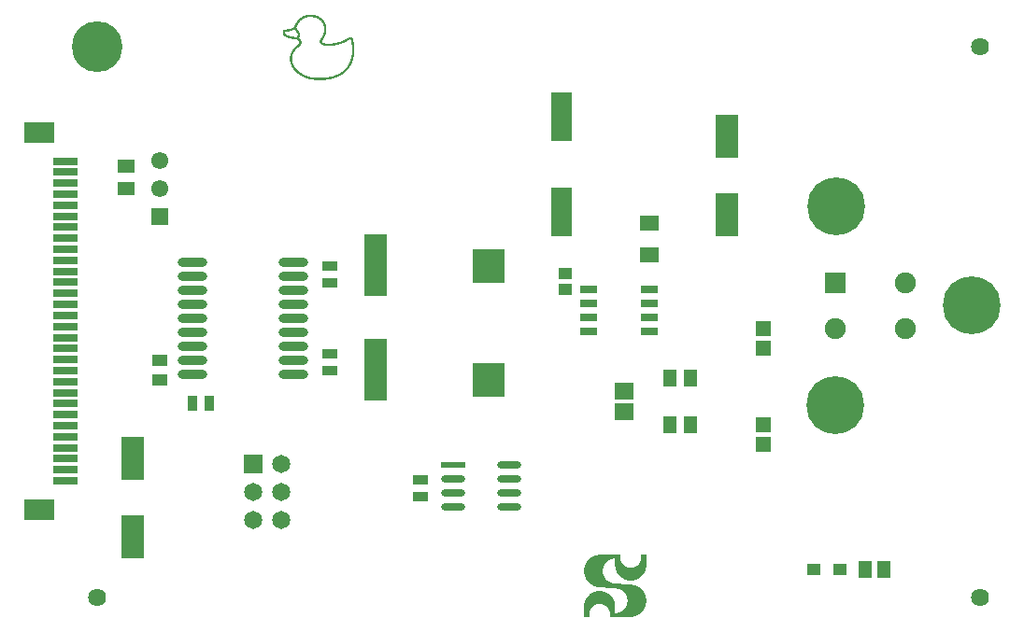
<source format=gts>
G04*
G04 #@! TF.GenerationSoftware,Altium Limited,Altium Designer,24.2.2 (26)*
G04*
G04 Layer_Color=8388736*
%FSLAX25Y25*%
%MOIN*%
G70*
G04*
G04 #@! TF.SameCoordinates,A429EB9D-CF2C-4BE8-93C1-183C4CBB5CAF*
G04*
G04*
G04 #@! TF.FilePolarity,Negative*
G04*
G01*
G75*
G04:AMPARAMS|DCode=17|XSize=86.79mil|YSize=23.94mil|CornerRadius=11.97mil|HoleSize=0mil|Usage=FLASHONLY|Rotation=0.000|XOffset=0mil|YOffset=0mil|HoleType=Round|Shape=RoundedRectangle|*
%AMROUNDEDRECTD17*
21,1,0.08679,0.00000,0,0,0.0*
21,1,0.06285,0.02394,0,0,0.0*
1,1,0.02394,0.03143,0.00000*
1,1,0.02394,-0.03143,0.00000*
1,1,0.02394,-0.03143,0.00000*
1,1,0.02394,0.03143,0.00000*
%
%ADD17ROUNDEDRECTD17*%
%ADD18R,0.08679X0.02394*%
%ADD26R,0.04921X0.04331*%
%ADD27R,0.07087X0.05276*%
%ADD28R,0.03740X0.05315*%
%ADD29R,0.07874X0.15748*%
%ADD30R,0.05756X0.05542*%
%ADD31R,0.05315X0.03740*%
%ADD32R,0.07480X0.17323*%
%ADD35R,0.08274X0.22054*%
G04:AMPARAMS|DCode=36|XSize=27.62mil|YSize=61.09mil|CornerRadius=4.01mil|HoleSize=0mil|Usage=FLASHONLY|Rotation=90.000|XOffset=0mil|YOffset=0mil|HoleType=Round|Shape=RoundedRectangle|*
%AMROUNDEDRECTD36*
21,1,0.02762,0.05307,0,0,90.0*
21,1,0.01961,0.06109,0,0,90.0*
1,1,0.00802,0.02653,0.00980*
1,1,0.00802,0.02653,-0.00980*
1,1,0.00802,-0.02653,-0.00980*
1,1,0.00802,-0.02653,0.00980*
%
%ADD36ROUNDEDRECTD36*%
%ADD37O,0.10636X0.03156*%
%ADD38R,0.06109X0.05124*%
%ADD39R,0.04534X0.06109*%
%ADD40R,0.06502X0.05912*%
%ADD41R,0.05715X0.04337*%
%ADD42R,0.05124X0.06109*%
%ADD43R,0.10636X0.07487*%
%ADD44R,0.09061X0.02762*%
%ADD45R,0.04534X0.04140*%
%ADD46R,0.11424X0.12211*%
%ADD47C,0.06400*%
%ADD48R,0.06502X0.06502*%
%ADD49C,0.06502*%
%ADD50C,0.06102*%
%ADD51R,0.06102X0.06102*%
%ADD52C,0.20656*%
%ADD53C,0.07487*%
%ADD54R,0.07487X0.07487*%
%ADD55C,0.18117*%
G36*
X222785Y25084D02*
Y25000D01*
X223039D01*
Y24915D01*
X223546D01*
Y24831D01*
X224477D01*
Y24746D01*
X225493D01*
Y24661D01*
X226508D01*
Y24577D01*
X227523D01*
Y24492D01*
X228539D01*
Y24408D01*
X229555D01*
Y24323D01*
X230485D01*
Y24238D01*
X230824D01*
Y24154D01*
X231162D01*
Y24069D01*
X231416D01*
Y23984D01*
X231670D01*
Y23900D01*
X231839D01*
Y23815D01*
X232009D01*
Y23731D01*
X232178D01*
Y23646D01*
X232347D01*
Y23561D01*
X232432D01*
Y23477D01*
X232601D01*
Y23392D01*
X232770D01*
Y23307D01*
X232855D01*
Y23223D01*
X232939D01*
Y23138D01*
X233109D01*
Y23054D01*
X233193D01*
Y22969D01*
X233278D01*
Y22884D01*
X233363D01*
Y22800D01*
X233447D01*
Y22715D01*
X233532D01*
Y22630D01*
X233616D01*
Y22546D01*
X233701D01*
Y22461D01*
X233786D01*
Y22377D01*
X233870D01*
Y22292D01*
X233955D01*
Y22207D01*
X234039D01*
Y22038D01*
X234124D01*
Y21953D01*
X234209D01*
Y21784D01*
X234293D01*
Y21700D01*
X234378D01*
Y21530D01*
X234463D01*
Y21446D01*
X234547D01*
Y21276D01*
X234632D01*
Y21107D01*
X234717D01*
Y20938D01*
X234801D01*
Y20684D01*
X234886D01*
Y20515D01*
X234970D01*
Y20261D01*
X235055D01*
Y19923D01*
X235140D01*
Y19499D01*
X235224D01*
Y17638D01*
X235140D01*
Y17215D01*
X235055D01*
Y16961D01*
X234970D01*
Y16707D01*
X234886D01*
Y16453D01*
X234801D01*
Y16199D01*
X234717D01*
Y16030D01*
X234632D01*
Y15861D01*
X234547D01*
Y15776D01*
X234463D01*
Y15607D01*
X234378D01*
Y15438D01*
X234293D01*
Y15353D01*
X234209D01*
Y15184D01*
X234124D01*
Y15099D01*
X234039D01*
Y15014D01*
X233955D01*
Y14845D01*
X233870D01*
Y14761D01*
X233786D01*
Y14676D01*
X233701D01*
Y14591D01*
X233616D01*
Y14507D01*
X233532D01*
Y14422D01*
X233447D01*
Y14337D01*
X233363D01*
Y14253D01*
X233278D01*
Y14168D01*
X233193D01*
Y14084D01*
X233024D01*
Y13999D01*
X232939D01*
Y13914D01*
X232855D01*
Y13830D01*
X232685D01*
Y13745D01*
X232601D01*
Y13660D01*
X232432D01*
Y13576D01*
X232262D01*
Y13491D01*
X232178D01*
Y13407D01*
X232009D01*
Y13322D01*
X231755D01*
Y13237D01*
X231585D01*
Y13153D01*
X231332D01*
Y13068D01*
X231078D01*
Y12983D01*
X230739D01*
Y12899D01*
X230316D01*
Y12814D01*
X222277D01*
Y14422D01*
X222192D01*
Y14761D01*
X222108D01*
Y15014D01*
X222023D01*
Y15184D01*
X221938D01*
Y15438D01*
X221854D01*
Y15522D01*
X221769D01*
Y15691D01*
X221685D01*
Y15861D01*
X221600D01*
Y15945D01*
X221515D01*
Y16030D01*
X221431D01*
Y16115D01*
X221346D01*
Y16284D01*
X221262D01*
Y16368D01*
X221177D01*
Y16453D01*
X221092D01*
Y16538D01*
X220923D01*
Y16622D01*
X220838D01*
Y16707D01*
X220754D01*
Y16792D01*
X220585D01*
Y16876D01*
X220500D01*
Y16961D01*
X220331D01*
Y17045D01*
X220161D01*
Y17130D01*
X219992D01*
Y17215D01*
X219738D01*
Y17299D01*
X219400D01*
Y17384D01*
X218807D01*
Y17469D01*
X218384D01*
Y17384D01*
X217792D01*
Y17299D01*
X217454D01*
Y17215D01*
X217200D01*
Y17130D01*
X217030D01*
Y17045D01*
X216861D01*
Y16961D01*
X216692D01*
Y16876D01*
X216523D01*
Y16792D01*
X216438D01*
Y16707D01*
X216353D01*
Y16622D01*
X216184D01*
Y16538D01*
X216100D01*
Y16453D01*
X216015D01*
Y16368D01*
X215930D01*
Y16284D01*
X215846D01*
Y16199D01*
X215761D01*
Y16115D01*
X215676D01*
Y15945D01*
X215592D01*
Y15861D01*
X215507D01*
Y15691D01*
X215423D01*
Y15607D01*
X215338D01*
Y15438D01*
X215253D01*
Y15268D01*
X215169D01*
Y15099D01*
X215084D01*
Y14845D01*
X214999D01*
Y14507D01*
X214915D01*
Y12814D01*
X213053D01*
Y17299D01*
X213138D01*
Y17722D01*
X213222D01*
Y18061D01*
X213307D01*
Y18315D01*
X213392D01*
Y18569D01*
X213476D01*
Y18738D01*
X213561D01*
Y18907D01*
X213645D01*
Y19076D01*
X213730D01*
Y19246D01*
X213815D01*
Y19415D01*
X213899D01*
Y19499D01*
X213984D01*
Y19669D01*
X214069D01*
Y19753D01*
X214153D01*
Y19923D01*
X214238D01*
Y20007D01*
X214322D01*
Y20092D01*
X214407D01*
Y20176D01*
X214492D01*
Y20261D01*
X214576D01*
Y20346D01*
X214661D01*
Y20430D01*
X214745D01*
Y20515D01*
X214830D01*
Y20599D01*
X214915D01*
Y20684D01*
X214999D01*
Y20769D01*
X215084D01*
Y20853D01*
X215169D01*
Y20938D01*
X215338D01*
Y21023D01*
X215423D01*
Y21107D01*
X215592D01*
Y21192D01*
X215676D01*
Y21276D01*
X215846D01*
Y21361D01*
X216015D01*
Y21446D01*
X216184D01*
Y21530D01*
X216353D01*
Y21615D01*
X216523D01*
Y21700D01*
X216776D01*
Y21784D01*
X217030D01*
Y21869D01*
X217369D01*
Y21953D01*
X217877D01*
Y22038D01*
X219315D01*
Y21953D01*
X219823D01*
Y21869D01*
X220161D01*
Y21784D01*
X220415D01*
Y21700D01*
X220585D01*
Y21615D01*
X220838D01*
Y21530D01*
X221008D01*
Y21446D01*
X221177D01*
Y21361D01*
X221346D01*
Y21276D01*
X221431D01*
Y21192D01*
X221600D01*
Y21107D01*
X221769D01*
Y21023D01*
X221854D01*
Y20938D01*
X221938D01*
Y20853D01*
X222108D01*
Y20769D01*
X222192D01*
Y20684D01*
X222277D01*
Y20599D01*
X222362D01*
Y20515D01*
X222446D01*
Y20430D01*
X222531D01*
Y20346D01*
X222615D01*
Y20261D01*
X222700D01*
Y20176D01*
X222785D01*
Y20092D01*
X222869D01*
Y20007D01*
X222954D01*
Y19838D01*
X223039D01*
Y19753D01*
X223123D01*
Y19669D01*
X223208D01*
Y19499D01*
X223292D01*
Y19330D01*
X223377D01*
Y19246D01*
X223462D01*
Y19076D01*
X223546D01*
Y18907D01*
X223631D01*
Y18738D01*
X223715D01*
Y18484D01*
X223800D01*
Y18315D01*
X223885D01*
Y17976D01*
X223969D01*
Y17638D01*
X224054D01*
Y17215D01*
X224139D01*
Y14168D01*
X224731D01*
Y14253D01*
X225154D01*
Y14337D01*
X225493D01*
Y14422D01*
X225746D01*
Y14507D01*
X225916D01*
Y14591D01*
X226085D01*
Y14676D01*
X226254D01*
Y14761D01*
X226424D01*
Y14845D01*
X226508D01*
Y14930D01*
X226677D01*
Y15014D01*
X226762D01*
Y15099D01*
X226931D01*
Y15184D01*
X227016D01*
Y15268D01*
X227100D01*
Y15353D01*
X227185D01*
Y15438D01*
X227270D01*
Y15522D01*
X227354D01*
Y15607D01*
X227439D01*
Y15691D01*
X227523D01*
Y15776D01*
X227608D01*
Y15945D01*
X227693D01*
Y16030D01*
X227777D01*
Y16199D01*
X227862D01*
Y16284D01*
X227947D01*
Y16453D01*
X228031D01*
Y16622D01*
X228116D01*
Y16792D01*
X228201D01*
Y16961D01*
X228285D01*
Y17215D01*
X228370D01*
Y17553D01*
X228454D01*
Y17976D01*
X228539D01*
Y19246D01*
X228454D01*
Y19669D01*
X228370D01*
Y19923D01*
X228285D01*
Y20176D01*
X228201D01*
Y20346D01*
X228116D01*
Y20515D01*
X228031D01*
Y20684D01*
X227947D01*
Y20853D01*
X227862D01*
Y21023D01*
X227777D01*
Y21107D01*
X227693D01*
Y21192D01*
X227608D01*
Y21361D01*
X227523D01*
Y21446D01*
X227439D01*
Y21530D01*
X227354D01*
Y21615D01*
X227270D01*
Y21700D01*
X227185D01*
Y21784D01*
X227100D01*
Y21869D01*
X227016D01*
Y21953D01*
X226931D01*
Y22038D01*
X226847D01*
Y22123D01*
X226677D01*
Y22207D01*
X226593D01*
Y22292D01*
X226424D01*
Y22377D01*
X226254D01*
Y22461D01*
X226170D01*
Y22546D01*
X226000D01*
Y22630D01*
X225746D01*
Y22715D01*
X225493D01*
Y22800D01*
X225239D01*
Y22884D01*
X224816D01*
Y22969D01*
X223969D01*
Y23054D01*
X222869D01*
Y23138D01*
X221854D01*
Y23223D01*
X220838D01*
Y23307D01*
X219823D01*
Y23392D01*
X218723D01*
Y23477D01*
X217877D01*
Y23561D01*
X217454D01*
Y23646D01*
X217200D01*
Y23731D01*
X216861D01*
Y23815D01*
X216692D01*
Y23900D01*
X216438D01*
Y23984D01*
X216269D01*
Y24069D01*
X216100D01*
Y24154D01*
X215930D01*
Y24238D01*
X215846D01*
Y24323D01*
X215676D01*
Y24408D01*
X215592D01*
Y24492D01*
X215423D01*
Y24577D01*
X215338D01*
Y24661D01*
X215253D01*
Y24746D01*
X215084D01*
Y24831D01*
X214999D01*
Y24915D01*
X214915D01*
Y25000D01*
X214830D01*
Y25084D01*
X214745D01*
Y25169D01*
X214661D01*
Y25254D01*
X214576D01*
Y25338D01*
X214492D01*
Y25423D01*
X214407D01*
Y25508D01*
X214322D01*
Y25677D01*
X214238D01*
Y25762D01*
X214153D01*
Y25846D01*
X214069D01*
Y26015D01*
X213984D01*
Y26100D01*
X213899D01*
Y26269D01*
X213815D01*
Y26439D01*
X213730D01*
Y26523D01*
X213645D01*
Y26692D01*
X213561D01*
Y26946D01*
X213476D01*
Y27115D01*
X213392D01*
Y27369D01*
X213307D01*
Y27623D01*
X213222D01*
Y27962D01*
X213138D01*
Y28385D01*
X213053D01*
Y30077D01*
X213138D01*
Y30500D01*
X213222D01*
Y30839D01*
X213307D01*
Y31093D01*
X213392D01*
Y31347D01*
X213476D01*
Y31516D01*
X213561D01*
Y31770D01*
X213645D01*
Y31939D01*
X213730D01*
Y32024D01*
X213815D01*
Y32193D01*
X213899D01*
Y32362D01*
X213984D01*
Y32447D01*
X214069D01*
Y32616D01*
X214153D01*
Y32701D01*
X214238D01*
Y32785D01*
X214322D01*
Y32954D01*
X214407D01*
Y33039D01*
X214492D01*
Y33124D01*
X214576D01*
Y33208D01*
X214661D01*
Y33293D01*
X214745D01*
Y33378D01*
X214830D01*
Y33462D01*
X214915D01*
Y33547D01*
X214999D01*
Y33631D01*
X215084D01*
Y33716D01*
X215253D01*
Y33801D01*
X215338D01*
Y33885D01*
X215423D01*
Y33970D01*
X215592D01*
Y34055D01*
X215676D01*
Y34139D01*
X215846D01*
Y34224D01*
X215930D01*
Y34308D01*
X216100D01*
Y34393D01*
X216269D01*
Y34478D01*
X216438D01*
Y34562D01*
X216692D01*
Y34647D01*
X216861D01*
Y34732D01*
X217115D01*
Y34816D01*
X217454D01*
Y34901D01*
X217877D01*
Y34985D01*
X226000D01*
Y33462D01*
X226085D01*
Y33039D01*
X226170D01*
Y32785D01*
X226254D01*
Y32616D01*
X226339D01*
Y32447D01*
X226424D01*
Y32278D01*
X226508D01*
Y32108D01*
X226593D01*
Y32024D01*
X226677D01*
Y31854D01*
X226762D01*
Y31770D01*
X226847D01*
Y31685D01*
X226931D01*
Y31600D01*
X227016D01*
Y31516D01*
X227100D01*
Y31431D01*
X227185D01*
Y31347D01*
X227270D01*
Y31262D01*
X227354D01*
Y31177D01*
X227439D01*
Y31093D01*
X227523D01*
Y31008D01*
X227693D01*
Y30924D01*
X227862D01*
Y30839D01*
X227947D01*
Y30754D01*
X228116D01*
Y30670D01*
X228370D01*
Y30585D01*
X228624D01*
Y30500D01*
X228877D01*
Y30416D01*
X230485D01*
Y30500D01*
X230824D01*
Y30585D01*
X231078D01*
Y30670D01*
X231247D01*
Y30754D01*
X231416D01*
Y30839D01*
X231585D01*
Y30924D01*
X231670D01*
Y31008D01*
X231839D01*
Y31093D01*
X231924D01*
Y31177D01*
X232093D01*
Y31262D01*
X232178D01*
Y31347D01*
X232262D01*
Y31431D01*
X232347D01*
Y31516D01*
X232432D01*
Y31600D01*
X232516D01*
Y31685D01*
X232601D01*
Y31854D01*
X232685D01*
Y31939D01*
X232770D01*
Y32108D01*
X232855D01*
Y32193D01*
X232939D01*
Y32362D01*
X233024D01*
Y32531D01*
X233109D01*
Y32701D01*
X233193D01*
Y32954D01*
X233278D01*
Y33293D01*
X233363D01*
Y33970D01*
X233447D01*
Y34901D01*
X233363D01*
Y34985D01*
X235224D01*
Y30500D01*
X235140D01*
Y30077D01*
X235055D01*
Y29739D01*
X234970D01*
Y29485D01*
X234886D01*
Y29231D01*
X234801D01*
Y29062D01*
X234717D01*
Y28893D01*
X234632D01*
Y28723D01*
X234547D01*
Y28554D01*
X234463D01*
Y28385D01*
X234378D01*
Y28300D01*
X234293D01*
Y28131D01*
X234209D01*
Y28046D01*
X234124D01*
Y27877D01*
X234039D01*
Y27793D01*
X233955D01*
Y27708D01*
X233870D01*
Y27623D01*
X233786D01*
Y27539D01*
X233701D01*
Y27454D01*
X233616D01*
Y27369D01*
X233532D01*
Y27285D01*
X233447D01*
Y27200D01*
X233363D01*
Y27115D01*
X233278D01*
Y27031D01*
X233193D01*
Y26946D01*
X233024D01*
Y26862D01*
X232939D01*
Y26777D01*
X232855D01*
Y26692D01*
X232685D01*
Y26608D01*
X232601D01*
Y26523D01*
X232432D01*
Y26439D01*
X232262D01*
Y26354D01*
X232093D01*
Y26269D01*
X231924D01*
Y26185D01*
X231670D01*
Y26100D01*
X231501D01*
Y26015D01*
X231162D01*
Y25931D01*
X230824D01*
Y25846D01*
X230316D01*
Y25762D01*
X229047D01*
Y25846D01*
X228539D01*
Y25931D01*
X228201D01*
Y26015D01*
X227947D01*
Y26100D01*
X227693D01*
Y26185D01*
X227439D01*
Y26269D01*
X227270D01*
Y26354D01*
X227100D01*
Y26439D01*
X226931D01*
Y26523D01*
X226847D01*
Y26608D01*
X226677D01*
Y26692D01*
X226593D01*
Y26777D01*
X226424D01*
Y26862D01*
X226339D01*
Y26946D01*
X226254D01*
Y27031D01*
X226085D01*
Y27115D01*
X226000D01*
Y27200D01*
X225916D01*
Y27285D01*
X225831D01*
Y27369D01*
X225746D01*
Y27454D01*
X225662D01*
Y27539D01*
X225577D01*
Y27623D01*
X225493D01*
Y27708D01*
X225408D01*
Y27877D01*
X225323D01*
Y27962D01*
X225239D01*
Y28046D01*
X225154D01*
Y28216D01*
X225069D01*
Y28300D01*
X224985D01*
Y28469D01*
X224900D01*
Y28554D01*
X224816D01*
Y28723D01*
X224731D01*
Y28893D01*
X224646D01*
Y29062D01*
X224562D01*
Y29316D01*
X224477D01*
Y29570D01*
X224393D01*
Y29823D01*
X224308D01*
Y30162D01*
X224223D01*
Y30670D01*
X224139D01*
Y33631D01*
X223462D01*
Y33547D01*
X223039D01*
Y33462D01*
X222785D01*
Y33378D01*
X222531D01*
Y33293D01*
X222362D01*
Y33208D01*
X222192D01*
Y33124D01*
X222023D01*
Y33039D01*
X221854D01*
Y32954D01*
X221685D01*
Y32870D01*
X221600D01*
Y32785D01*
X221515D01*
Y32701D01*
X221346D01*
Y32616D01*
X221262D01*
Y32531D01*
X221177D01*
Y32447D01*
X221092D01*
Y32362D01*
X221008D01*
Y32278D01*
X220923D01*
Y32193D01*
X220838D01*
Y32108D01*
X220754D01*
Y32024D01*
X220669D01*
Y31854D01*
X220585D01*
Y31770D01*
X220500D01*
Y31685D01*
X220415D01*
Y31516D01*
X220331D01*
Y31347D01*
X220246D01*
Y31177D01*
X220161D01*
Y31008D01*
X220077D01*
Y30839D01*
X219992D01*
Y30585D01*
X219907D01*
Y30246D01*
X219823D01*
Y29823D01*
X219738D01*
Y28639D01*
X219823D01*
Y28216D01*
X219907D01*
Y27877D01*
X219992D01*
Y27623D01*
X220077D01*
Y27454D01*
X220161D01*
Y27285D01*
X220246D01*
Y27115D01*
X220331D01*
Y26946D01*
X220415D01*
Y26777D01*
X220500D01*
Y26692D01*
X220585D01*
Y26608D01*
X220669D01*
Y26439D01*
X220754D01*
Y26354D01*
X220838D01*
Y26269D01*
X220923D01*
Y26185D01*
X221008D01*
Y26100D01*
X221092D01*
Y26015D01*
X221177D01*
Y25931D01*
X221262D01*
Y25846D01*
X221346D01*
Y25762D01*
X221515D01*
Y25677D01*
X221600D01*
Y25592D01*
X221685D01*
Y25508D01*
X221854D01*
Y25423D01*
X222023D01*
Y25338D01*
X222192D01*
Y25254D01*
X222362D01*
Y25169D01*
X222531D01*
Y25084D01*
X222700D01*
X222785D01*
D02*
G37*
G36*
X116227Y227726D02*
X116809D01*
Y227643D01*
X117225D01*
Y227560D01*
X117558D01*
Y227477D01*
X117808D01*
Y227394D01*
X117974D01*
Y227310D01*
X118224D01*
Y227227D01*
X118390D01*
Y227144D01*
X118557D01*
Y227061D01*
X118723D01*
Y226977D01*
X118806D01*
Y226894D01*
X118973D01*
Y226811D01*
X119056D01*
Y226728D01*
X119222D01*
Y226645D01*
X119306D01*
Y226561D01*
X119389D01*
Y226478D01*
X119472D01*
Y226395D01*
X119555D01*
Y226312D01*
X119639D01*
Y226228D01*
X119722D01*
Y226145D01*
X119805D01*
Y226062D01*
X119888D01*
Y225979D01*
X119971D01*
Y225896D01*
X120055D01*
Y225813D01*
X120138D01*
Y225646D01*
X120221D01*
Y225563D01*
X120304D01*
Y225396D01*
X120387D01*
Y225230D01*
X120471D01*
Y225063D01*
X120554D01*
Y224897D01*
X120637D01*
Y224731D01*
X120720D01*
Y224564D01*
X120803D01*
Y224315D01*
X120887D01*
Y223982D01*
X120970D01*
Y223566D01*
X121053D01*
Y221652D01*
X120970D01*
Y221152D01*
X120887D01*
Y220903D01*
X120803D01*
Y220653D01*
X120720D01*
Y220404D01*
X120637D01*
Y220237D01*
X120554D01*
Y219988D01*
X120471D01*
Y219821D01*
X120387D01*
Y219738D01*
X120304D01*
Y219571D01*
X120221D01*
Y219405D01*
X120138D01*
Y219322D01*
X120055D01*
Y219155D01*
X119971D01*
Y218989D01*
X119888D01*
Y218906D01*
X119805D01*
Y218739D01*
X119722D01*
Y218656D01*
X119639D01*
Y218406D01*
X119555D01*
Y218240D01*
X119639D01*
Y218074D01*
X119722D01*
Y217990D01*
X119805D01*
Y217907D01*
X119971D01*
Y217824D01*
X120138D01*
Y217741D01*
X120387D01*
Y217657D01*
X120803D01*
Y217574D01*
X121552D01*
Y217491D01*
X122551D01*
Y217574D01*
X123466D01*
Y217657D01*
X123966D01*
Y217741D01*
X124382D01*
Y217824D01*
X124798D01*
Y217907D01*
X125131D01*
Y217990D01*
X125380D01*
Y218074D01*
X125713D01*
Y218157D01*
X125963D01*
Y218240D01*
X126212D01*
Y218323D01*
X126462D01*
Y218406D01*
X126628D01*
Y218490D01*
X126878D01*
Y218573D01*
X127045D01*
Y218656D01*
X127211D01*
Y218739D01*
X127461D01*
Y218823D01*
X127627D01*
Y218906D01*
X127794D01*
Y218989D01*
X127960D01*
Y219072D01*
X128043D01*
Y219155D01*
X128210D01*
Y219238D01*
X128376D01*
Y219322D01*
X128542D01*
Y219405D01*
X128709D01*
Y219488D01*
X128792D01*
Y219571D01*
X128958D01*
Y219655D01*
X129208D01*
Y219738D01*
X129375D01*
Y219821D01*
X129707D01*
Y219904D01*
X129957D01*
Y219821D01*
X130207D01*
Y219738D01*
X130290D01*
Y219655D01*
X130373D01*
Y219488D01*
X130456D01*
Y219322D01*
X130540D01*
Y219155D01*
X130623D01*
Y218906D01*
X130706D01*
Y218573D01*
X130789D01*
Y218240D01*
X130872D01*
Y217741D01*
X130956D01*
Y216992D01*
X131039D01*
Y215161D01*
X131122D01*
Y215078D01*
X131039D01*
Y213663D01*
X130956D01*
Y213081D01*
X130872D01*
Y212665D01*
X130789D01*
Y212249D01*
X130706D01*
Y211999D01*
X130623D01*
Y211666D01*
X130540D01*
Y211416D01*
X130456D01*
Y211167D01*
X130373D01*
Y210917D01*
X130290D01*
Y210751D01*
X130207D01*
Y210584D01*
X130123D01*
Y210335D01*
X130040D01*
Y210168D01*
X129957D01*
Y210002D01*
X129874D01*
Y209835D01*
X129791D01*
Y209752D01*
X129707D01*
Y209586D01*
X129624D01*
Y209419D01*
X129541D01*
Y209336D01*
X129458D01*
Y209170D01*
X129375D01*
Y209086D01*
X129291D01*
Y208920D01*
X129208D01*
Y208837D01*
X129125D01*
Y208670D01*
X129042D01*
Y208587D01*
X128958D01*
Y208504D01*
X128875D01*
Y208421D01*
X128792D01*
Y208254D01*
X128709D01*
Y208171D01*
X128626D01*
Y208088D01*
X128542D01*
Y208005D01*
X128459D01*
Y207921D01*
X128376D01*
Y207838D01*
X128293D01*
Y207755D01*
X128210D01*
Y207672D01*
X128126D01*
Y207589D01*
X128043D01*
Y207505D01*
X127960D01*
Y207422D01*
X127877D01*
Y207339D01*
X127794D01*
Y207256D01*
X127627D01*
Y207172D01*
X127544D01*
Y207089D01*
X127461D01*
Y207006D01*
X127377D01*
Y206923D01*
X127211D01*
Y206840D01*
X127128D01*
Y206756D01*
X127045D01*
Y206673D01*
X126878D01*
Y206590D01*
X126795D01*
Y206507D01*
X126628D01*
Y206424D01*
X126462D01*
Y206340D01*
X126379D01*
Y206257D01*
X126212D01*
Y206174D01*
X126046D01*
Y206091D01*
X125880D01*
Y206008D01*
X125713D01*
Y205924D01*
X125547D01*
Y205841D01*
X125380D01*
Y205758D01*
X125214D01*
Y205675D01*
X125047D01*
Y205591D01*
X124798D01*
Y205508D01*
X124631D01*
Y205425D01*
X124382D01*
Y205342D01*
X124132D01*
Y205259D01*
X123799D01*
Y205175D01*
X123550D01*
Y205092D01*
X123217D01*
Y205009D01*
X122884D01*
Y204926D01*
X122551D01*
Y204842D01*
X122135D01*
Y204759D01*
X121552D01*
Y204676D01*
X120970D01*
Y204593D01*
X119971D01*
Y204510D01*
X117308D01*
Y204593D01*
X116560D01*
Y204676D01*
X115977D01*
Y204759D01*
X115561D01*
Y204842D01*
X115145D01*
Y204926D01*
X114812D01*
Y205009D01*
X114562D01*
Y205092D01*
X114313D01*
Y205175D01*
X114063D01*
Y205259D01*
X113813D01*
Y205342D01*
X113564D01*
Y205425D01*
X113398D01*
Y205508D01*
X113148D01*
Y205591D01*
X112981D01*
Y205675D01*
X112815D01*
Y205758D01*
X112648D01*
Y205841D01*
X112482D01*
Y205924D01*
X112316D01*
Y206008D01*
X112149D01*
Y206091D01*
X111983D01*
Y206174D01*
X111900D01*
Y206257D01*
X111733D01*
Y206340D01*
X111567D01*
Y206424D01*
X111484D01*
Y206507D01*
X111317D01*
Y206590D01*
X111234D01*
Y206673D01*
X111151D01*
Y206756D01*
X110984D01*
Y206840D01*
X110901D01*
Y206923D01*
X110818D01*
Y207006D01*
X110735D01*
Y207089D01*
X110568D01*
Y207172D01*
X110485D01*
Y207256D01*
X110402D01*
Y207339D01*
X110319D01*
Y207422D01*
X110235D01*
Y207505D01*
X110152D01*
Y207589D01*
X110069D01*
Y207672D01*
X109986D01*
Y207755D01*
X109903D01*
Y207838D01*
X109819D01*
Y207921D01*
X109736D01*
Y208088D01*
X109653D01*
Y208171D01*
X109570D01*
Y208254D01*
X109486D01*
Y208337D01*
X109403D01*
Y208504D01*
X109320D01*
Y208587D01*
X109237D01*
Y208754D01*
X109153D01*
Y208837D01*
X109070D01*
Y209003D01*
X108987D01*
Y209086D01*
X108904D01*
Y209253D01*
X108821D01*
Y209419D01*
X108738D01*
Y209586D01*
X108654D01*
Y209752D01*
X108571D01*
Y210002D01*
X108488D01*
Y210168D01*
X108405D01*
Y210418D01*
X108321D01*
Y210751D01*
X108238D01*
Y211084D01*
X108155D01*
Y211749D01*
X108072D01*
Y212498D01*
X108155D01*
Y213081D01*
X108238D01*
Y213497D01*
X108321D01*
Y213746D01*
X108405D01*
Y213996D01*
X108488D01*
Y214162D01*
X108571D01*
Y214412D01*
X108654D01*
Y214579D01*
X108738D01*
Y214745D01*
X108821D01*
Y214828D01*
X108904D01*
Y214995D01*
X108987D01*
Y215078D01*
X109070D01*
Y215244D01*
X109153D01*
Y215328D01*
X109237D01*
Y215494D01*
X109320D01*
Y215577D01*
X109403D01*
Y215660D01*
X109486D01*
Y215744D01*
X109570D01*
Y215910D01*
X109653D01*
Y215993D01*
X109736D01*
Y216076D01*
X109819D01*
Y216160D01*
X109903D01*
Y216243D01*
X109986D01*
Y216326D01*
X110069D01*
Y216409D01*
X110152D01*
Y216493D01*
X110235D01*
Y216576D01*
X110402D01*
Y216659D01*
X110485D01*
Y216742D01*
X110568D01*
Y216825D01*
X110651D01*
Y216909D01*
X110735D01*
Y216992D01*
X110818D01*
Y217075D01*
X110984D01*
Y217158D01*
X111067D01*
Y217325D01*
X111151D01*
Y217408D01*
X111234D01*
Y217491D01*
X111317D01*
Y217574D01*
X111400D01*
Y217824D01*
X111484D01*
Y218157D01*
X111400D01*
Y218323D01*
X111317D01*
Y218406D01*
X111234D01*
Y218573D01*
X111151D01*
Y218656D01*
X111067D01*
Y218739D01*
X110984D01*
Y218823D01*
X110901D01*
Y218906D01*
X110818D01*
Y218989D01*
X110735D01*
Y219072D01*
X109736D01*
Y219155D01*
X109153D01*
Y219238D01*
X108821D01*
Y219322D01*
X108405D01*
Y219405D01*
X108072D01*
Y219488D01*
X107822D01*
Y219571D01*
X107489D01*
Y219655D01*
X107240D01*
Y219738D01*
X106990D01*
Y219821D01*
X106824D01*
Y219904D01*
X106657D01*
Y219988D01*
X106491D01*
Y220071D01*
X106324D01*
Y220154D01*
X106241D01*
Y220237D01*
X106158D01*
Y220320D01*
X106075D01*
Y220404D01*
X105991D01*
Y220487D01*
X105908D01*
Y220570D01*
X105825D01*
Y220653D01*
X105742D01*
Y220820D01*
X105659D01*
Y220986D01*
X105575D01*
Y222068D01*
X105659D01*
Y222234D01*
X105742D01*
Y222401D01*
X105825D01*
Y222484D01*
X105991D01*
Y222567D01*
X107156D01*
Y222650D01*
X107656D01*
Y222733D01*
X107989D01*
Y222817D01*
X108321D01*
Y222900D01*
X108571D01*
Y222983D01*
X108821D01*
Y223066D01*
X108987D01*
Y223150D01*
X109153D01*
Y223233D01*
X109320D01*
Y223316D01*
X109486D01*
Y223399D01*
X109653D01*
Y223482D01*
X109736D01*
Y223732D01*
X109819D01*
Y223982D01*
X109903D01*
Y224148D01*
X109986D01*
Y224315D01*
X110069D01*
Y224564D01*
X110152D01*
Y224731D01*
X110235D01*
Y224814D01*
X110319D01*
Y224980D01*
X110402D01*
Y225147D01*
X110485D01*
Y225230D01*
X110568D01*
Y225396D01*
X110651D01*
Y225480D01*
X110735D01*
Y225646D01*
X110818D01*
Y225729D01*
X110901D01*
Y225813D01*
X110984D01*
Y225896D01*
X111067D01*
Y225979D01*
X111151D01*
Y226062D01*
X111234D01*
Y226145D01*
X111317D01*
Y226228D01*
X111400D01*
Y226312D01*
X111484D01*
Y226395D01*
X111567D01*
Y226478D01*
X111650D01*
Y226561D01*
X111733D01*
Y226645D01*
X111900D01*
Y226728D01*
X111983D01*
Y226811D01*
X112149D01*
Y226894D01*
X112232D01*
Y226977D01*
X112399D01*
Y227061D01*
X112482D01*
Y227144D01*
X112648D01*
Y227227D01*
X112815D01*
Y227310D01*
X113065D01*
Y227394D01*
X113231D01*
Y227477D01*
X113481D01*
Y227560D01*
X113730D01*
Y227643D01*
X114146D01*
Y227726D01*
X114562D01*
Y227810D01*
X116227D01*
Y227726D01*
D02*
G37*
%LPC*%
G36*
X116393Y226977D02*
X114479D01*
Y226894D01*
X114063D01*
Y226811D01*
X113730D01*
Y226728D01*
X113564D01*
Y226645D01*
X113314D01*
Y226561D01*
X113148D01*
Y226478D01*
X112981D01*
Y226395D01*
X112815D01*
Y226312D01*
X112732D01*
Y226228D01*
X112565D01*
Y226145D01*
X112482D01*
Y226062D01*
X112316D01*
Y225979D01*
X112232D01*
Y225896D01*
X112149D01*
Y225813D01*
X112066D01*
Y225729D01*
X111900D01*
Y225646D01*
X111816D01*
Y225563D01*
X111733D01*
Y225480D01*
X111650D01*
Y225313D01*
X111567D01*
Y225230D01*
X111484D01*
Y225147D01*
X111400D01*
Y225063D01*
X111317D01*
Y224897D01*
X111234D01*
Y224814D01*
X111151D01*
Y224647D01*
X111067D01*
Y224564D01*
X110984D01*
Y224398D01*
X110901D01*
Y224231D01*
X110818D01*
Y224065D01*
X110735D01*
Y223899D01*
X110651D01*
Y223649D01*
X110568D01*
Y223399D01*
X110485D01*
Y223066D01*
X110568D01*
Y222900D01*
X110651D01*
Y222733D01*
X110735D01*
Y222650D01*
X110818D01*
Y222484D01*
X110901D01*
Y222401D01*
X110984D01*
Y222318D01*
X111067D01*
Y222151D01*
X111151D01*
Y222068D01*
X111234D01*
Y221985D01*
X111317D01*
Y221818D01*
X111400D01*
Y221735D01*
X111484D01*
Y221568D01*
X111567D01*
Y221485D01*
X111650D01*
Y221319D01*
X111733D01*
Y220986D01*
X111816D01*
Y220736D01*
X111733D01*
Y220320D01*
X111650D01*
Y219988D01*
X111567D01*
Y219738D01*
X111484D01*
Y219571D01*
X111400D01*
Y219488D01*
X111484D01*
Y219405D01*
X111567D01*
Y219322D01*
X111650D01*
Y219155D01*
X111733D01*
Y219072D01*
X111816D01*
Y218989D01*
X111900D01*
Y218906D01*
X111983D01*
Y218739D01*
X112066D01*
Y218656D01*
X112149D01*
Y218490D01*
X112232D01*
Y218157D01*
X112316D01*
Y217824D01*
X112232D01*
Y217491D01*
X112149D01*
Y217325D01*
X112066D01*
Y217158D01*
X111983D01*
Y217075D01*
X111900D01*
Y216909D01*
X111816D01*
Y216825D01*
X111733D01*
Y216742D01*
X111650D01*
Y216659D01*
X111567D01*
Y216576D01*
X111484D01*
Y216493D01*
X111400D01*
Y216409D01*
X111317D01*
Y216326D01*
X111234D01*
Y216243D01*
X111151D01*
Y216160D01*
X111067D01*
Y216076D01*
X110901D01*
Y215993D01*
X110818D01*
Y215910D01*
X110735D01*
Y215827D01*
X110651D01*
Y215744D01*
X110568D01*
Y215660D01*
X110485D01*
Y215577D01*
X110402D01*
Y215494D01*
X110319D01*
Y215411D01*
X110235D01*
Y215328D01*
X110152D01*
Y215244D01*
X110069D01*
Y215161D01*
X109986D01*
Y214995D01*
X109903D01*
Y214911D01*
X109819D01*
Y214745D01*
X109736D01*
Y214662D01*
X109653D01*
Y214495D01*
X109570D01*
Y214412D01*
X109486D01*
Y214246D01*
X109403D01*
Y214079D01*
X109320D01*
Y213913D01*
X109237D01*
Y213663D01*
X109153D01*
Y213414D01*
X109070D01*
Y213164D01*
X108987D01*
Y212665D01*
X108904D01*
Y211500D01*
X108987D01*
Y211084D01*
X109070D01*
Y210751D01*
X109153D01*
Y210501D01*
X109237D01*
Y210251D01*
X109320D01*
Y210085D01*
X109403D01*
Y209919D01*
X109486D01*
Y209752D01*
X109570D01*
Y209586D01*
X109653D01*
Y209419D01*
X109736D01*
Y209336D01*
X109819D01*
Y209170D01*
X109903D01*
Y209086D01*
X109986D01*
Y208920D01*
X110069D01*
Y208837D01*
X110152D01*
Y208754D01*
X110235D01*
Y208670D01*
X110319D01*
Y208504D01*
X110402D01*
Y208421D01*
X110485D01*
Y208337D01*
X110568D01*
Y208254D01*
X110651D01*
Y208171D01*
X110735D01*
Y208088D01*
X110818D01*
Y208005D01*
X110901D01*
Y207921D01*
X110984D01*
Y207838D01*
X111067D01*
Y207755D01*
X111234D01*
Y207672D01*
X111317D01*
Y207589D01*
X111400D01*
Y207505D01*
X111484D01*
Y207422D01*
X111650D01*
Y207339D01*
X111733D01*
Y207256D01*
X111816D01*
Y207172D01*
X111983D01*
Y207089D01*
X112066D01*
Y207006D01*
X112232D01*
Y206923D01*
X112399D01*
Y206840D01*
X112482D01*
Y206756D01*
X112648D01*
Y206673D01*
X112815D01*
Y206590D01*
X112981D01*
Y206507D01*
X113148D01*
Y206424D01*
X113314D01*
Y206340D01*
X113481D01*
Y206257D01*
X113647D01*
Y206174D01*
X113897D01*
Y206091D01*
X114146D01*
Y206008D01*
X114313D01*
Y205924D01*
X114562D01*
Y205841D01*
X114895D01*
Y205758D01*
X115145D01*
Y205675D01*
X115478D01*
Y205591D01*
X115894D01*
Y205508D01*
X116393D01*
Y205425D01*
X117059D01*
Y205342D01*
X120304D01*
Y205425D01*
X121136D01*
Y205508D01*
X121719D01*
Y205591D01*
X122135D01*
Y205675D01*
X122551D01*
Y205758D01*
X122967D01*
Y205841D01*
X123217D01*
Y205924D01*
X123550D01*
Y206008D01*
X123799D01*
Y206091D01*
X124049D01*
Y206174D01*
X124299D01*
Y206257D01*
X124465D01*
Y206340D01*
X124715D01*
Y206424D01*
X124881D01*
Y206507D01*
X125047D01*
Y206590D01*
X125297D01*
Y206673D01*
X125380D01*
Y206756D01*
X125547D01*
Y206840D01*
X125713D01*
Y206923D01*
X125880D01*
Y207006D01*
X126046D01*
Y207089D01*
X126129D01*
Y207172D01*
X126296D01*
Y207256D01*
X126379D01*
Y207339D01*
X126545D01*
Y207422D01*
X126628D01*
Y207505D01*
X126795D01*
Y207589D01*
X126878D01*
Y207672D01*
X126961D01*
Y207755D01*
X127045D01*
Y207838D01*
X127211D01*
Y207921D01*
X127294D01*
Y208005D01*
X127377D01*
Y208088D01*
X127461D01*
Y208171D01*
X127544D01*
Y208254D01*
X127627D01*
Y208337D01*
X127710D01*
Y208421D01*
X127794D01*
Y208504D01*
X127877D01*
Y208587D01*
X127960D01*
Y208670D01*
X128043D01*
Y208754D01*
X128126D01*
Y208837D01*
X128210D01*
Y209003D01*
X128293D01*
Y209086D01*
X128376D01*
Y209170D01*
X128459D01*
Y209253D01*
X128542D01*
Y209419D01*
X128626D01*
Y209503D01*
X128709D01*
Y209669D01*
X128792D01*
Y209752D01*
X128875D01*
Y209919D01*
X128958D01*
Y210085D01*
X129042D01*
Y210251D01*
X129125D01*
Y210335D01*
X129208D01*
Y210501D01*
X129291D01*
Y210667D01*
X129375D01*
Y210917D01*
X129458D01*
Y211084D01*
X129541D01*
Y211333D01*
X129624D01*
Y211500D01*
X129707D01*
Y211749D01*
X129791D01*
Y211999D01*
X129874D01*
Y212332D01*
X129957D01*
Y212665D01*
X130040D01*
Y213081D01*
X130123D01*
Y213580D01*
X130207D01*
Y214329D01*
X130290D01*
Y216243D01*
X130207D01*
Y217241D01*
X130123D01*
Y217824D01*
X130040D01*
Y218240D01*
X129957D01*
Y218573D01*
X129874D01*
Y218823D01*
X129791D01*
Y219072D01*
X129707D01*
Y218989D01*
X129458D01*
Y218906D01*
X129291D01*
Y218823D01*
X129125D01*
Y218739D01*
X128958D01*
Y218656D01*
X128792D01*
Y218573D01*
X128709D01*
Y218490D01*
X128542D01*
Y218406D01*
X128376D01*
Y218323D01*
X128210D01*
Y218240D01*
X128043D01*
Y218157D01*
X127877D01*
Y218074D01*
X127710D01*
Y217990D01*
X127544D01*
Y217907D01*
X127377D01*
Y217824D01*
X127128D01*
Y217741D01*
X126961D01*
Y217657D01*
X126712D01*
Y217574D01*
X126462D01*
Y217491D01*
X126212D01*
Y217408D01*
X125963D01*
Y217325D01*
X125713D01*
Y217241D01*
X125463D01*
Y217158D01*
X125131D01*
Y217075D01*
X124798D01*
Y216992D01*
X124382D01*
Y216909D01*
X123882D01*
Y216825D01*
X123217D01*
Y216742D01*
X120887D01*
Y216825D01*
X120387D01*
Y216909D01*
X120138D01*
Y216992D01*
X119888D01*
Y217075D01*
X119639D01*
Y217158D01*
X119472D01*
Y217241D01*
X119389D01*
Y217325D01*
X119222D01*
Y217408D01*
X119139D01*
Y217491D01*
X119056D01*
Y217574D01*
X118973D01*
Y217741D01*
X118890D01*
Y217907D01*
X118806D01*
Y218739D01*
X118890D01*
Y218906D01*
X118973D01*
Y219072D01*
X119056D01*
Y219238D01*
X119139D01*
Y219322D01*
X119222D01*
Y219488D01*
X119306D01*
Y219571D01*
X119389D01*
Y219738D01*
X119472D01*
Y219904D01*
X119555D01*
Y219988D01*
X119639D01*
Y220154D01*
X119722D01*
Y220320D01*
X119805D01*
Y220487D01*
X119888D01*
Y220653D01*
X119971D01*
Y220903D01*
X120055D01*
Y221152D01*
X120138D01*
Y221568D01*
X120221D01*
Y222151D01*
X120304D01*
Y222733D01*
Y222817D01*
Y223150D01*
X120221D01*
Y223649D01*
X120138D01*
Y223982D01*
X120055D01*
Y224231D01*
X119971D01*
Y224481D01*
X119888D01*
Y224647D01*
X119805D01*
Y224814D01*
X119722D01*
Y224980D01*
X119639D01*
Y225063D01*
X119555D01*
Y225230D01*
X119472D01*
Y225313D01*
X119389D01*
Y225396D01*
X119306D01*
Y225563D01*
X119222D01*
Y225646D01*
X119139D01*
Y225729D01*
X119056D01*
Y225813D01*
X118973D01*
Y225896D01*
X118806D01*
Y225979D01*
X118723D01*
Y226062D01*
X118640D01*
Y226145D01*
X118473D01*
Y226228D01*
X118390D01*
Y226312D01*
X118224D01*
Y226395D01*
X118057D01*
Y226478D01*
X117891D01*
Y226561D01*
X117725D01*
Y226645D01*
X117475D01*
Y226728D01*
X117225D01*
Y226811D01*
X116893D01*
Y226894D01*
X116393D01*
Y226977D01*
D02*
G37*
G36*
X109903Y222567D02*
X109653D01*
Y222484D01*
X109486D01*
Y222401D01*
X109320D01*
Y222318D01*
X109070D01*
Y222234D01*
X108904D01*
Y222151D01*
X108654D01*
Y222068D01*
X108321D01*
Y221985D01*
X107989D01*
Y221901D01*
X107572D01*
Y221818D01*
X106907D01*
Y221735D01*
X106324D01*
Y221319D01*
X106407D01*
Y221152D01*
X106491D01*
Y220986D01*
X106574D01*
Y220903D01*
X106657D01*
Y220820D01*
X106824D01*
Y220736D01*
X106907D01*
Y220653D01*
X107073D01*
Y220570D01*
X107323D01*
Y220487D01*
X107572D01*
Y220404D01*
X107822D01*
Y220320D01*
X108072D01*
Y220237D01*
X108405D01*
Y220154D01*
X108738D01*
Y220071D01*
X109153D01*
Y219988D01*
X109570D01*
Y219904D01*
X110235D01*
Y219821D01*
X110651D01*
Y219904D01*
X110735D01*
Y220071D01*
X110818D01*
Y220320D01*
X110901D01*
Y220653D01*
X110984D01*
Y220986D01*
X110901D01*
Y221152D01*
X110818D01*
Y221236D01*
X110735D01*
Y221402D01*
X110651D01*
Y221485D01*
X110568D01*
Y221568D01*
X110485D01*
Y221735D01*
X110402D01*
Y221818D01*
X110319D01*
Y221901D01*
X110235D01*
Y222068D01*
X110152D01*
Y222151D01*
X110069D01*
Y222318D01*
X109986D01*
Y222401D01*
X109903D01*
Y222567D01*
D02*
G37*
%LPD*%
D17*
X186421Y66949D02*
D03*
Y61949D02*
D03*
Y56949D02*
D03*
Y51949D02*
D03*
X166335D02*
D03*
Y56949D02*
D03*
Y61949D02*
D03*
D18*
Y66949D02*
D03*
D26*
X304232Y29921D02*
D03*
X294980D02*
D03*
D27*
X236221Y153386D02*
D03*
Y142126D02*
D03*
D28*
X79331Y88976D02*
D03*
X73425D02*
D03*
D29*
X51968Y69488D02*
D03*
Y41535D02*
D03*
X264173Y156496D02*
D03*
Y184449D02*
D03*
D30*
X277165Y108644D02*
D03*
Y115748D02*
D03*
Y74392D02*
D03*
Y81496D02*
D03*
D31*
X154724Y61614D02*
D03*
Y55709D02*
D03*
X122441Y137992D02*
D03*
Y132087D02*
D03*
Y100787D02*
D03*
Y106693D02*
D03*
D32*
X205118Y157283D02*
D03*
Y191535D02*
D03*
D35*
X138583Y138386D02*
D03*
Y100984D02*
D03*
D36*
X236221Y114921D02*
D03*
Y119921D02*
D03*
Y124921D02*
D03*
Y129921D02*
D03*
X214764Y114921D02*
D03*
Y119921D02*
D03*
Y124921D02*
D03*
Y129921D02*
D03*
D37*
X73228Y139409D02*
D03*
Y134409D02*
D03*
Y129409D02*
D03*
Y124409D02*
D03*
Y119409D02*
D03*
Y114409D02*
D03*
Y109409D02*
D03*
Y104409D02*
D03*
Y99410D02*
D03*
X109449Y139409D02*
D03*
Y134409D02*
D03*
Y129409D02*
D03*
Y124409D02*
D03*
Y119409D02*
D03*
Y114409D02*
D03*
Y109409D02*
D03*
Y104409D02*
D03*
Y99410D02*
D03*
D38*
X49606Y165748D02*
D03*
Y173622D02*
D03*
D39*
X251083Y81488D02*
D03*
X243799D02*
D03*
X251083Y98228D02*
D03*
X243799D02*
D03*
D40*
X227249Y93472D02*
D03*
Y85992D02*
D03*
D41*
X61811Y104410D02*
D03*
Y97323D02*
D03*
D42*
X313189Y29921D02*
D03*
X319882D02*
D03*
D43*
X18701Y51181D02*
D03*
Y185827D02*
D03*
D44*
X28150Y61417D02*
D03*
Y65354D02*
D03*
Y69291D02*
D03*
Y81102D02*
D03*
Y85039D02*
D03*
Y104724D02*
D03*
Y108661D02*
D03*
Y120472D02*
D03*
Y124409D02*
D03*
Y136221D02*
D03*
Y140157D02*
D03*
Y148031D02*
D03*
Y159843D02*
D03*
Y175591D02*
D03*
Y171653D02*
D03*
Y167717D02*
D03*
Y163779D02*
D03*
Y155905D02*
D03*
Y151969D02*
D03*
Y144095D02*
D03*
Y132283D02*
D03*
Y128347D02*
D03*
Y116535D02*
D03*
Y112598D02*
D03*
Y100787D02*
D03*
Y96850D02*
D03*
Y92913D02*
D03*
Y88976D02*
D03*
Y77165D02*
D03*
Y73228D02*
D03*
D45*
X206299Y129823D02*
D03*
Y135531D02*
D03*
D46*
X179134Y97441D02*
D03*
Y137992D02*
D03*
D47*
X354331Y19685D02*
D03*
X39370D02*
D03*
X354331Y216535D02*
D03*
D48*
X95000Y67480D02*
D03*
D49*
Y57480D02*
D03*
Y47480D02*
D03*
X105000Y67480D02*
D03*
Y57480D02*
D03*
Y47480D02*
D03*
D50*
X61811Y175748D02*
D03*
Y165748D02*
D03*
D51*
Y155748D02*
D03*
D52*
X302874Y159449D02*
D03*
X302559Y88504D02*
D03*
X351181Y124016D02*
D03*
D53*
X302559Y115709D02*
D03*
X327559D02*
D03*
Y132244D02*
D03*
D54*
X302559D02*
D03*
D55*
X39370Y216535D02*
D03*
M02*

</source>
